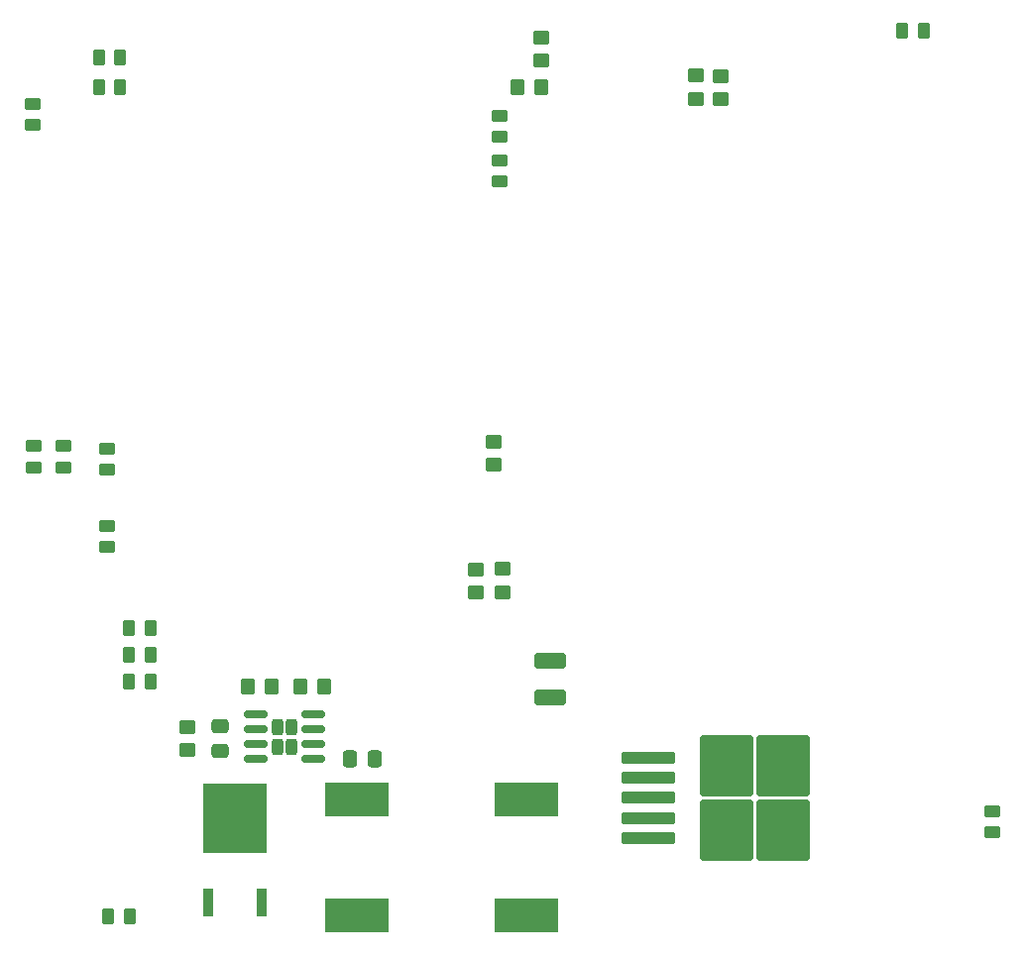
<source format=gbr>
%TF.GenerationSoftware,KiCad,Pcbnew,7.0.10*%
%TF.CreationDate,2024-03-29T16:51:17-04:00*%
%TF.ProjectId,WaveWise_PMIC,57617665-5769-4736-955f-504d49432e6b,rev?*%
%TF.SameCoordinates,Original*%
%TF.FileFunction,Paste,Top*%
%TF.FilePolarity,Positive*%
%FSLAX46Y46*%
G04 Gerber Fmt 4.6, Leading zero omitted, Abs format (unit mm)*
G04 Created by KiCad (PCBNEW 7.0.10) date 2024-03-29 16:51:17*
%MOMM*%
%LPD*%
G01*
G04 APERTURE LIST*
G04 Aperture macros list*
%AMRoundRect*
0 Rectangle with rounded corners*
0 $1 Rounding radius*
0 $2 $3 $4 $5 $6 $7 $8 $9 X,Y pos of 4 corners*
0 Add a 4 corners polygon primitive as box body*
4,1,4,$2,$3,$4,$5,$6,$7,$8,$9,$2,$3,0*
0 Add four circle primitives for the rounded corners*
1,1,$1+$1,$2,$3*
1,1,$1+$1,$4,$5*
1,1,$1+$1,$6,$7*
1,1,$1+$1,$8,$9*
0 Add four rect primitives between the rounded corners*
20,1,$1+$1,$2,$3,$4,$5,0*
20,1,$1+$1,$4,$5,$6,$7,0*
20,1,$1+$1,$6,$7,$8,$9,0*
20,1,$1+$1,$8,$9,$2,$3,0*%
G04 Aperture macros list end*
%ADD10RoundRect,0.250000X-0.450000X0.350000X-0.450000X-0.350000X0.450000X-0.350000X0.450000X0.350000X0*%
%ADD11RoundRect,0.250000X0.262500X0.450000X-0.262500X0.450000X-0.262500X-0.450000X0.262500X-0.450000X0*%
%ADD12R,5.400000X2.900000*%
%ADD13RoundRect,0.250000X0.350000X0.450000X-0.350000X0.450000X-0.350000X-0.450000X0.350000X-0.450000X0*%
%ADD14R,0.939800X2.489200*%
%ADD15R,5.511800X5.918200*%
%ADD16RoundRect,0.250000X0.450000X-0.350000X0.450000X0.350000X-0.450000X0.350000X-0.450000X-0.350000X0*%
%ADD17RoundRect,0.250000X0.450000X-0.262500X0.450000X0.262500X-0.450000X0.262500X-0.450000X-0.262500X0*%
%ADD18RoundRect,0.250000X-0.475000X0.337500X-0.475000X-0.337500X0.475000X-0.337500X0.475000X0.337500X0*%
%ADD19RoundRect,0.250000X-0.262500X-0.450000X0.262500X-0.450000X0.262500X0.450000X-0.262500X0.450000X0*%
%ADD20RoundRect,0.250000X-0.450000X0.262500X-0.450000X-0.262500X0.450000X-0.262500X0.450000X0.262500X0*%
%ADD21RoundRect,0.250000X1.100000X-0.412500X1.100000X0.412500X-1.100000X0.412500X-1.100000X-0.412500X0*%
%ADD22RoundRect,0.250000X-0.337500X-0.475000X0.337500X-0.475000X0.337500X0.475000X-0.337500X0.475000X0*%
%ADD23RoundRect,0.250000X-0.350000X-0.450000X0.350000X-0.450000X0.350000X0.450000X-0.350000X0.450000X0*%
%ADD24RoundRect,0.250000X0.255000X0.440000X-0.255000X0.440000X-0.255000X-0.440000X0.255000X-0.440000X0*%
%ADD25RoundRect,0.150000X0.825000X0.150000X-0.825000X0.150000X-0.825000X-0.150000X0.825000X-0.150000X0*%
%ADD26RoundRect,0.250000X-2.025000X-2.375000X2.025000X-2.375000X2.025000X2.375000X-2.025000X2.375000X0*%
%ADD27RoundRect,0.250000X-2.050000X-0.300000X2.050000X-0.300000X2.050000X0.300000X-2.050000X0.300000X0*%
G04 APERTURE END LIST*
D10*
%TO.C,R26*%
X91694000Y-98822000D03*
X91694000Y-100822000D03*
%TD*%
%TO.C,R8*%
X93980000Y-98796600D03*
X93980000Y-100796600D03*
%TD*%
D11*
%TO.C,R25*%
X62079500Y-106172000D03*
X63904500Y-106172000D03*
%TD*%
D12*
%TO.C,L3*%
X81534000Y-118494000D03*
X81534000Y-128394000D03*
%TD*%
D13*
%TO.C,R5*%
X78713000Y-108839000D03*
X76713000Y-108839000D03*
%TD*%
D14*
%TO.C,D3*%
X73406000Y-127266700D03*
D15*
X71120000Y-120142000D03*
D14*
X68834000Y-127266700D03*
%TD*%
D16*
%TO.C,R2*%
X110490000Y-58642000D03*
X110490000Y-56642000D03*
%TD*%
D10*
%TO.C,R3*%
X97282000Y-53356000D03*
X97282000Y-55356000D03*
%TD*%
D17*
%TO.C,R12*%
X60198000Y-95099500D03*
X60198000Y-96924500D03*
%TD*%
%TO.C,R10*%
X60198000Y-88495500D03*
X60198000Y-90320500D03*
%TD*%
D18*
%TO.C,C8*%
X69853000Y-112268000D03*
X69853000Y-114343000D03*
%TD*%
D19*
%TO.C,R13*%
X62079500Y-103886000D03*
X63904500Y-103886000D03*
%TD*%
D20*
%TO.C,R23*%
X135786500Y-119483500D03*
X135786500Y-121308500D03*
%TD*%
D11*
%TO.C,R22*%
X62126500Y-128524000D03*
X60301500Y-128524000D03*
%TD*%
D10*
%TO.C,R17*%
X93218000Y-87900000D03*
X93218000Y-89900000D03*
%TD*%
D21*
%TO.C,C4*%
X98044000Y-109766500D03*
X98044000Y-106641500D03*
%TD*%
D17*
%TO.C,R14*%
X93726000Y-61872500D03*
X93726000Y-60047500D03*
%TD*%
D19*
%TO.C,R19*%
X61341000Y-55118000D03*
X59516000Y-55118000D03*
%TD*%
%TO.C,R21*%
X128119500Y-52832000D03*
X129944500Y-52832000D03*
%TD*%
D22*
%TO.C,C5*%
X80983000Y-115062000D03*
X83058000Y-115062000D03*
%TD*%
D20*
%TO.C,R18*%
X53956750Y-88304500D03*
X53956750Y-90129500D03*
%TD*%
D23*
%TO.C,R4*%
X95266000Y-57658000D03*
X97266000Y-57658000D03*
%TD*%
D17*
%TO.C,R20*%
X53848000Y-59031500D03*
X53848000Y-60856500D03*
%TD*%
D20*
%TO.C,R15*%
X56496750Y-88304500D03*
X56496750Y-90129500D03*
%TD*%
D16*
%TO.C,R6*%
X67056000Y-114284000D03*
X67056000Y-112284000D03*
%TD*%
%TO.C,R1*%
X112649000Y-58658000D03*
X112649000Y-56658000D03*
%TD*%
D12*
%TO.C,L1*%
X96012000Y-128394000D03*
X96012000Y-118494000D03*
%TD*%
D19*
%TO.C,R11*%
X62079500Y-108458000D03*
X63904500Y-108458000D03*
%TD*%
D20*
%TO.C,R24*%
X93726000Y-63857500D03*
X93726000Y-65682500D03*
%TD*%
D11*
%TO.C,R16*%
X59516000Y-57658000D03*
X61341000Y-57658000D03*
%TD*%
D24*
%TO.C,IC1*%
X75976000Y-113982000D03*
X75976000Y-112332000D03*
X74776000Y-113982000D03*
X74776000Y-112332000D03*
D25*
X77851000Y-115062000D03*
X77851000Y-113792000D03*
X77851000Y-112522000D03*
X77851000Y-111252000D03*
X72901000Y-111252000D03*
X72901000Y-112522000D03*
X72901000Y-113792000D03*
X72901000Y-115062000D03*
%TD*%
D26*
%TO.C,U4*%
X117971000Y-121139000D03*
X117971000Y-115589000D03*
X113121000Y-121139000D03*
X113121000Y-115589000D03*
D27*
X106396000Y-121764000D03*
X106396000Y-120064000D03*
X106396000Y-118364000D03*
X106396000Y-116664000D03*
X106396000Y-114964000D03*
%TD*%
D23*
%TO.C,R9*%
X72268000Y-108839000D03*
X74268000Y-108839000D03*
%TD*%
M02*

</source>
